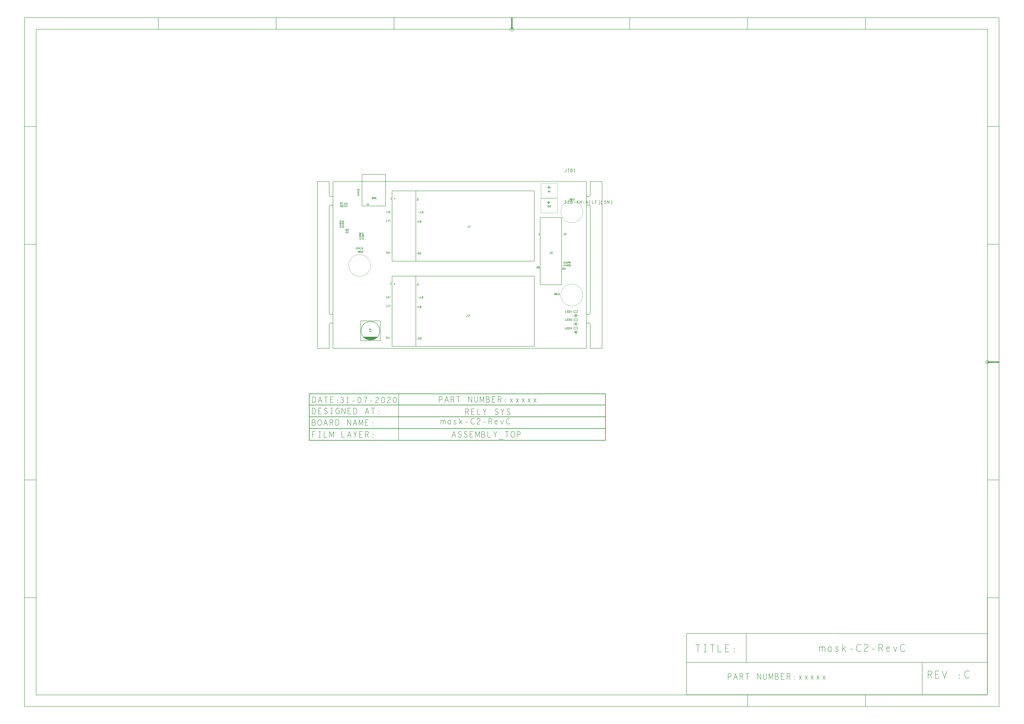
<source format=gbr>
G04 ================== begin FILE IDENTIFICATION RECORD ==================*
G04 Layout Name:  E:/Mask Board/WORK/16-05-22/mask-C2-RevC.brd*
G04 Film Name:    mask-C2-RevC_AST.gbr*
G04 File Format:  Gerber RS274X*
G04 File Origin:  Cadence Allegro 16.6-P004*
G04 Origin Date:  Mon May 16 22:50:50 2022*
G04 *
G04 Layer:  REF DES/ASSEMBLY_TOP*
G04 Layer:  PACKAGE GEOMETRY/ASSEMBLY_TOP*
G04 Layer:  DRAWING FORMAT/OUTLINE_DATA*
G04 Layer:  BOARD GEOMETRY/OUTLINE*
G04 Layer:  BOARD GEOMETRY/ASSEMBLY_TOP*
G04 *
G04 Offset:    (0.00 0.00)*
G04 Mirror:    No*
G04 Mode:      Positive*
G04 Rotation:  0*
G04 FullContactRelief:  No*
G04 UndefLineWidth:     6.00*
G04 ================== end FILE IDENTIFICATION RECORD ====================*
%FSLAX55Y55*MOIN*%
%IR0*IPPOS*OFA0.00000B0.00000*MIA0B0*SFA1.00000B1.00000*%
%ADD10C,.01*%
%ADD11C,.01969*%
%ADD12C,.005*%
%ADD13C,.006*%
%ADD14C,.008*%
%ADD15C,.0071*%
%ADD16C,.00591*%
%ADD17C,.00197*%
%ADD18C,.00598*%
%ADD19C,.00787*%
G75*
%LPD*%
G75*
G36*
G01X51645Y19172D02*
G03X75398I11877J10342D01*
G01X51645D01*
G37*
G36*
G01X105370Y109016D02*
G03I-1000J0D01*
G37*
G36*
G01Y253684D02*
G03I-1000J0D01*
G37*
G54D10*
G01X-40415Y-77276D02*
Y-156476D01*
G01D02*
X387485D01*
G01X-40415Y-136476D02*
X462185D01*
G01X-40415Y-116476D02*
X462185D01*
G01X-40415Y-96476D02*
X462185D01*
G01Y-77276D02*
X-40415D01*
G01X387485Y-156476D02*
X462185D01*
G01D02*
Y-77276D01*
G54D11*
G01X303531Y560956D02*
Y541271D01*
G01X1130302Y-23689D02*
X1110617D01*
G54D12*
G01X-6200Y-275D02*
X-26200D01*
Y283133D01*
X-6200D01*
G01Y39972D02*
Y-275D01*
G01X0Y39972D02*
Y29972D01*
G01X-6200Y39972D02*
G02X0I3100J0D01*
G01Y59972D02*
G02X-6200I-3100J0D01*
G01X0D02*
Y69972D01*
G01X-6200Y59972D02*
Y229972D01*
G01X0Y239972D02*
Y229972D01*
G01X-6200Y239972D02*
Y229972D01*
G01Y239972D02*
G02X0I3100J0D01*
G01Y259972D02*
G02X-6200I-3100J0D01*
G01X0D02*
Y269972D01*
G01X-6200Y259972D02*
Y283133D01*
G01X14300Y211100D02*
X11300D01*
Y212350D01*
X11450Y212750D01*
X11650Y213000D01*
X12050Y213100D01*
X12450Y213000D01*
X12700Y212700D01*
X12850Y212350D01*
Y211100D01*
G01Y212350D02*
X14300Y213100D01*
G01X13700Y214000D02*
X14050Y214300D01*
X14250Y214700D01*
X14300Y215150D01*
X14250Y215550D01*
X14000Y215950D01*
X13700Y216200D01*
X13400Y216250D01*
X13050Y216150D01*
X12800Y215800D01*
X12700Y215450D01*
Y215000D01*
G01Y215450D02*
X12550Y215750D01*
X12300Y216000D01*
X12000Y216100D01*
X11700Y216000D01*
X11450Y215750D01*
X11300Y215300D01*
X11350Y214850D01*
X11550Y214400D01*
G01X18600Y211200D02*
X15600D01*
Y212450D01*
X15750Y212850D01*
X15950Y213100D01*
X16350Y213200D01*
X16750Y213100D01*
X17000Y212800D01*
X17150Y212450D01*
Y211200D01*
G01Y212450D02*
X18600Y213200D01*
G01Y215800D02*
X15600D01*
X17750Y213950D01*
Y216450D01*
G01X12500Y239800D02*
Y242800D01*
X13750D01*
X14150Y242650D01*
X14400Y242450D01*
X14500Y242050D01*
X14400Y241650D01*
X14100Y241400D01*
X13750Y241250D01*
X12500D01*
G01X13750D02*
X14500Y239800D01*
G01X15550Y242300D02*
X15850Y242600D01*
X16200Y242750D01*
X16600Y242800D01*
X17100Y242700D01*
X17450Y242450D01*
X17550Y242150D01*
X17500Y241850D01*
X17300Y241600D01*
X16300Y241100D01*
X15850Y240750D01*
X15550Y240250D01*
X15450Y239800D01*
X17550D01*
G01X12500Y244200D02*
Y247200D01*
X13750D01*
X14150Y247050D01*
X14400Y246850D01*
X14500Y246450D01*
X14400Y246050D01*
X14100Y245800D01*
X13750Y245650D01*
X12500D01*
G01X13750D02*
X14500Y244200D01*
G01X16500D02*
Y247200D01*
X15900Y246600D01*
G01Y244200D02*
X17100D01*
G01X21500Y199000D02*
Y202000D01*
X22750D01*
X23150Y201850D01*
X23400Y201650D01*
X23500Y201250D01*
X23400Y200850D01*
X23100Y200600D01*
X22750Y200450D01*
X21500D01*
G01X22750D02*
X23500Y199000D01*
G01X24400Y199450D02*
X24700Y199200D01*
X25050Y199050D01*
X25500Y199000D01*
X25950Y199100D01*
X26300Y199300D01*
X26550Y199650D01*
X26600Y200050D01*
X26500Y200450D01*
X26250Y200700D01*
X25900Y200900D01*
X25550Y200950D01*
X25200Y200900D01*
X24750Y200700D01*
X24900Y202000D01*
X26250D01*
G01X47300Y170860D02*
X47000Y171010D01*
X46650Y171110D01*
X46250D01*
X45800Y170960D01*
X45450Y170710D01*
X45200Y170410D01*
X45000Y169910D01*
X44950Y169460D01*
X45050Y169010D01*
X45200Y168710D01*
X45500Y168410D01*
X45850Y168210D01*
X46200Y168110D01*
X46550D01*
X46900Y168210D01*
X47200Y168360D01*
X47450Y168560D01*
G01X48100Y168710D02*
X48400Y168360D01*
X48800Y168160D01*
X49250Y168110D01*
X49650Y168160D01*
X50050Y168410D01*
X50300Y168710D01*
X50350Y169010D01*
X50250Y169360D01*
X49900Y169610D01*
X49550Y169710D01*
X49100D01*
G01X49550D02*
X49850Y169860D01*
X50100Y170110D01*
X50200Y170410D01*
X50100Y170710D01*
X49850Y170960D01*
X49400Y171110D01*
X48950Y171060D01*
X48500Y170860D01*
G01X42800Y162200D02*
Y165200D01*
X44100Y162700D01*
X45400Y165200D01*
Y162200D01*
G01X46050D02*
Y165200D01*
G01X48150D02*
Y162200D01*
G01Y163700D02*
X46050D01*
G01X49150Y164700D02*
X49450Y165000D01*
X49800Y165150D01*
X50200Y165200D01*
X50700Y165100D01*
X51050Y164850D01*
X51150Y164550D01*
X51100Y164250D01*
X50900Y164000D01*
X49900Y163500D01*
X49450Y163150D01*
X49150Y162650D01*
X49050Y162200D01*
X51150D01*
G01X47800Y191000D02*
X44800D01*
Y192250D01*
X44950Y192650D01*
X45150Y192900D01*
X45550Y193000D01*
X45950Y192900D01*
X46200Y192600D01*
X46350Y192250D01*
Y191000D01*
G01Y192250D02*
X47800Y193000D01*
G01X46550Y194050D02*
X46200Y194400D01*
X46000Y194700D01*
X45900Y195100D01*
X46000Y195450D01*
X46200Y195700D01*
X46500Y195900D01*
X46850Y195950D01*
X47150Y195900D01*
X47450Y195700D01*
X47700Y195400D01*
X47800Y195050D01*
X47700Y194650D01*
X47400Y194300D01*
X46950Y194100D01*
X46450Y194050D01*
X45800Y194150D01*
X45450Y194300D01*
X45100Y194550D01*
X44850Y194900D01*
X44800Y195250D01*
X44900Y195600D01*
X45150Y195850D01*
G01X41720Y267100D02*
X41570Y266800D01*
X41470Y266450D01*
Y266050D01*
X41620Y265600D01*
X41870Y265250D01*
X42170Y265000D01*
X42670Y264800D01*
X43120Y264750D01*
X43570Y264850D01*
X43870Y265000D01*
X44170Y265300D01*
X44370Y265650D01*
X44470Y266000D01*
Y266350D01*
X44370Y266700D01*
X44220Y267000D01*
X44020Y267250D01*
G01X41970Y268050D02*
X41670Y268350D01*
X41520Y268700D01*
X41470Y269100D01*
X41570Y269600D01*
X41820Y269950D01*
X42120Y270050D01*
X42420Y270000D01*
X42670Y269800D01*
X43170Y268800D01*
X43520Y268350D01*
X44020Y268050D01*
X44470Y267950D01*
Y270050D01*
G01X61750Y30100D02*
X61600Y29800D01*
X61500Y29450D01*
Y29050D01*
X61650Y28600D01*
X61900Y28250D01*
X62200Y28000D01*
X62700Y27800D01*
X63150Y27750D01*
X63600Y27850D01*
X63900Y28000D01*
X64200Y28300D01*
X64400Y28650D01*
X64500Y29000D01*
Y29350D01*
X64400Y29700D01*
X64250Y30000D01*
X64050Y30250D01*
G01X63250Y31050D02*
X62900Y31400D01*
X62700Y31700D01*
X62600Y32100D01*
X62700Y32450D01*
X62900Y32700D01*
X63200Y32900D01*
X63550Y32950D01*
X63850Y32900D01*
X64150Y32700D01*
X64400Y32400D01*
X64500Y32050D01*
X64400Y31650D01*
X64100Y31300D01*
X63650Y31100D01*
X63150Y31050D01*
X62500Y31150D01*
X62150Y31300D01*
X61800Y31550D01*
X61550Y31900D01*
X61500Y32250D01*
X61600Y32600D01*
X61850Y32850D01*
G01X52500Y191100D02*
X49500D01*
Y192350D01*
X49650Y192750D01*
X49850Y193000D01*
X50250Y193100D01*
X50650Y193000D01*
X50900Y192700D01*
X51050Y192350D01*
Y191100D01*
G01Y192350D02*
X52500Y193100D01*
G01Y195000D02*
X51850Y195100D01*
X51300Y195250D01*
X50800Y195450D01*
X50250Y195700D01*
X49500Y196100D01*
Y194100D01*
G01X66010Y253640D02*
X66410Y253390D01*
X66860Y253240D01*
X67260D01*
X67660Y253390D01*
X67960Y253640D01*
X68110Y253990D01*
X68010Y254340D01*
X67760Y254640D01*
X67310Y254840D01*
X66710Y254940D01*
X66360Y255140D01*
X66210Y255490D01*
X66310Y255840D01*
X66560Y256090D01*
X66910Y256240D01*
X67260D01*
X67610Y256140D01*
X67910Y255890D01*
G01X68560Y256240D02*
X69260Y253240D01*
X70060Y256240D01*
X70860Y253240D01*
X71560Y256240D01*
G01X73060Y253240D02*
Y256240D01*
X72460Y255640D01*
G01Y253240D02*
X73660D01*
G01X90459Y16754D02*
X90759Y16487D01*
X91109Y16327D01*
X91559Y16274D01*
X92009Y16381D01*
X92359Y16594D01*
X92609Y16967D01*
X92659Y17394D01*
X92559Y17821D01*
X92309Y18087D01*
X91959Y18301D01*
X91609Y18354D01*
X91259Y18301D01*
X90809Y18087D01*
X90959Y19474D01*
X92309D01*
G01X94759Y16274D02*
Y19474D01*
X94159Y18834D01*
G01Y16274D02*
X95359D01*
G01X91615Y69729D02*
Y72929D01*
X91015Y72289D01*
G01Y69729D02*
X92215D01*
G01X94715D02*
X94815Y70422D01*
X94965Y71009D01*
X95165Y71542D01*
X95415Y72129D01*
X95815Y72929D01*
X93815D01*
G01X90936Y84944D02*
Y88144D01*
X90336Y87504D01*
G01Y84944D02*
X91536D01*
G01X93036Y85424D02*
X93336Y85157D01*
X93686Y84997D01*
X94136Y84944D01*
X94586Y85051D01*
X94936Y85264D01*
X95186Y85637D01*
X95236Y86064D01*
X95136Y86491D01*
X94886Y86757D01*
X94536Y86971D01*
X94186Y87024D01*
X93836Y86971D01*
X93386Y86757D01*
X93536Y88144D01*
X94886D01*
G01X90678Y161048D02*
X90978Y160781D01*
X91328Y160621D01*
X91778Y160568D01*
X92228Y160675D01*
X92578Y160888D01*
X92828Y161261D01*
X92878Y161688D01*
X92778Y162115D01*
X92528Y162381D01*
X92178Y162595D01*
X91828Y162648D01*
X91478Y162595D01*
X91028Y162381D01*
X91178Y163768D01*
X92528D01*
G01X94978Y160568D02*
Y163768D01*
X94378Y163128D01*
G01Y160568D02*
X95578D01*
G01X91381Y214587D02*
Y217787D01*
X90781Y217147D01*
G01Y214587D02*
X91981D01*
G01X94481D02*
X94581Y215280D01*
X94731Y215867D01*
X94931Y216400D01*
X95181Y216987D01*
X95581Y217787D01*
X93581D01*
G01X91776Y229491D02*
Y232691D01*
X91176Y232051D01*
G01Y229491D02*
X92376D01*
G01X93876Y229971D02*
X94176Y229704D01*
X94526Y229544D01*
X94976Y229491D01*
X95426Y229598D01*
X95776Y229811D01*
X96026Y230184D01*
X96076Y230611D01*
X95976Y231038D01*
X95726Y231304D01*
X95376Y231518D01*
X95026Y231571D01*
X94676Y231518D01*
X94226Y231304D01*
X94376Y232691D01*
X95726D01*
G01X98418Y108024D02*
Y111224D01*
X97818Y110584D01*
G01Y108024D02*
X99018D01*
G01X98807Y252371D02*
Y255571D01*
X98207Y254931D01*
G01Y252371D02*
X99407D01*
G01X144537Y15510D02*
X144837Y15243D01*
X145187Y15083D01*
X145637Y15030D01*
X146087Y15137D01*
X146437Y15350D01*
X146687Y15723D01*
X146737Y16150D01*
X146637Y16577D01*
X146387Y16843D01*
X146037Y17057D01*
X145687Y17110D01*
X145337Y17057D01*
X144887Y16843D01*
X145037Y18230D01*
X146387D01*
G01X147887Y17697D02*
X148187Y18017D01*
X148537Y18177D01*
X148937Y18230D01*
X149437Y18123D01*
X149787Y17857D01*
X149887Y17537D01*
X149837Y17217D01*
X149637Y16950D01*
X148637Y16417D01*
X148187Y16043D01*
X147887Y15510D01*
X147787Y15030D01*
X149887D01*
G01X145693Y68372D02*
Y71572D01*
X145093Y70932D01*
G01Y68372D02*
X146293D01*
G01X148893D02*
X149243Y68425D01*
X149643Y68585D01*
X149893Y68852D01*
X149993Y69225D01*
X149893Y69599D01*
X149593Y69919D01*
X149143Y70079D01*
X148643D01*
X148343Y70185D01*
X148093Y70452D01*
X147993Y70825D01*
X148143Y71199D01*
X148493Y71465D01*
X148893Y71572D01*
X149293Y71465D01*
X149643Y71199D01*
X149793Y70825D01*
X149693Y70452D01*
X149443Y70185D01*
X149143Y70079D01*
X148643D01*
X148193Y69919D01*
X147893Y69599D01*
X147793Y69225D01*
X147893Y68852D01*
X148143Y68585D01*
X148543Y68425D01*
X148893Y68372D01*
G01X143120Y109109D02*
X143420Y109429D01*
X143770Y109589D01*
X144170Y109642D01*
X144670Y109535D01*
X145020Y109269D01*
X145120Y108949D01*
X145070Y108629D01*
X144870Y108362D01*
X143870Y107829D01*
X143420Y107455D01*
X143120Y106922D01*
X143020Y106442D01*
X145120D01*
G01X144077Y159861D02*
X144377Y159594D01*
X144727Y159434D01*
X145177Y159381D01*
X145627Y159488D01*
X145977Y159701D01*
X146227Y160074D01*
X146277Y160501D01*
X146177Y160928D01*
X145927Y161194D01*
X145577Y161408D01*
X145227Y161461D01*
X144877Y161408D01*
X144427Y161194D01*
X144577Y162581D01*
X145927D01*
G01X147427Y162048D02*
X147727Y162368D01*
X148077Y162528D01*
X148477Y162581D01*
X148977Y162474D01*
X149327Y162208D01*
X149427Y161888D01*
X149377Y161568D01*
X149177Y161301D01*
X148177Y160768D01*
X147727Y160394D01*
X147427Y159861D01*
X147327Y159381D01*
X149427D01*
G01X145516Y213345D02*
Y216545D01*
X144916Y215905D01*
G01Y213345D02*
X146116D01*
G01X148716D02*
X149066Y213398D01*
X149466Y213558D01*
X149716Y213825D01*
X149816Y214198D01*
X149716Y214572D01*
X149416Y214892D01*
X148966Y215052D01*
X148466D01*
X148166Y215158D01*
X147916Y215425D01*
X147816Y215798D01*
X147966Y216172D01*
X148316Y216438D01*
X148716Y216545D01*
X149116Y216438D01*
X149466Y216172D01*
X149616Y215798D01*
X149516Y215425D01*
X149266Y215158D01*
X148966Y215052D01*
X148466D01*
X148016Y214892D01*
X147716Y214572D01*
X147616Y214198D01*
X147716Y213825D01*
X147966Y213558D01*
X148366Y213398D01*
X148716Y213345D01*
G01X142886Y253799D02*
X143186Y254119D01*
X143536Y254279D01*
X143936Y254332D01*
X144436Y254225D01*
X144786Y253959D01*
X144886Y253639D01*
X144836Y253319D01*
X144636Y253052D01*
X143636Y252519D01*
X143186Y252145D01*
X142886Y251612D01*
X142786Y251132D01*
X144886D01*
G01X148691Y84551D02*
Y87751D01*
X148091Y87111D01*
G01Y84551D02*
X149291D01*
G01X150941Y85884D02*
X151291Y86258D01*
X151591Y86471D01*
X151991Y86578D01*
X152341Y86471D01*
X152591Y86258D01*
X152791Y85938D01*
X152841Y85564D01*
X152791Y85244D01*
X152591Y84924D01*
X152291Y84658D01*
X151941Y84551D01*
X151541Y84658D01*
X151191Y84978D01*
X150991Y85458D01*
X150941Y85991D01*
X151041Y86684D01*
X151191Y87058D01*
X151441Y87431D01*
X151791Y87698D01*
X152141Y87751D01*
X152491Y87644D01*
X152741Y87378D01*
G01X148796Y229070D02*
Y232270D01*
X148196Y231630D01*
G01Y229070D02*
X149396D01*
G01X151046Y230403D02*
X151396Y230777D01*
X151696Y230990D01*
X152096Y231097D01*
X152446Y230990D01*
X152696Y230777D01*
X152896Y230457D01*
X152946Y230083D01*
X152896Y229763D01*
X152696Y229443D01*
X152396Y229177D01*
X152046Y229070D01*
X151646Y229177D01*
X151296Y229497D01*
X151096Y229977D01*
X151046Y230510D01*
X151146Y231203D01*
X151296Y231577D01*
X151546Y231950D01*
X151896Y232217D01*
X152246Y232270D01*
X152596Y232163D01*
X152846Y231897D01*
G01X226110Y54290D02*
X226360Y53970D01*
X226660Y53757D01*
X227010Y53650D01*
X227410Y53757D01*
X227710Y53970D01*
X228010Y54290D01*
X228110Y54717D01*
Y56850D01*
G01X229210Y54290D02*
X229510Y53917D01*
X229910Y53703D01*
X230360Y53650D01*
X230760Y53703D01*
X231160Y53970D01*
X231410Y54290D01*
X231460Y54610D01*
X231360Y54983D01*
X231010Y55250D01*
X230660Y55357D01*
X230210D01*
G01X230660D02*
X230960Y55517D01*
X231210Y55783D01*
X231310Y56103D01*
X231210Y56423D01*
X230960Y56690D01*
X230510Y56850D01*
X230060Y56797D01*
X229610Y56583D01*
G01X228140Y205550D02*
X228390Y205230D01*
X228690Y205017D01*
X229040Y204910D01*
X229440Y205017D01*
X229740Y205230D01*
X230040Y205550D01*
X230140Y205977D01*
Y208110D01*
G01X232340Y204910D02*
Y208110D01*
X231740Y207470D01*
G01Y204910D02*
X232940D01*
G01X345400Y136267D02*
X345700Y135917D01*
X346100Y135717D01*
X346550Y135667D01*
X346950Y135717D01*
X347350Y135967D01*
X347600Y136267D01*
X347650Y136567D01*
X347550Y136917D01*
X347200Y137167D01*
X346850Y137267D01*
X346400D01*
G01X346850D02*
X347150Y137417D01*
X347400Y137667D01*
X347500Y137967D01*
X347400Y138267D01*
X347150Y138517D01*
X346700Y138667D01*
X346250Y138617D01*
X345800Y138417D01*
G01X349500Y138667D02*
X349100Y138567D01*
X348800Y138317D01*
X348600Y138017D01*
X348450Y137617D01*
X348400Y137167D01*
X348450Y136717D01*
X348600Y136317D01*
X348800Y136017D01*
X349100Y135767D01*
X349500Y135667D01*
X349900Y135767D01*
X350200Y136017D01*
X350400Y136317D01*
X350550Y136717D01*
X350600Y137167D01*
X350550Y137617D01*
X350400Y138017D01*
X350200Y138317D01*
X349900Y138567D01*
X349500Y138667D01*
G01X350000Y192000D02*
Y195000D01*
X349400Y194400D01*
G01Y192000D02*
X350600D01*
G01X367481Y161172D02*
X367731Y160872D01*
X368031Y160672D01*
X368381Y160572D01*
X368781Y160672D01*
X369081Y160872D01*
X369381Y161172D01*
X369481Y161572D01*
Y163572D01*
G01X370531Y163072D02*
X370831Y163372D01*
X371181Y163522D01*
X371581Y163572D01*
X372081Y163472D01*
X372431Y163222D01*
X372531Y162922D01*
X372481Y162622D01*
X372281Y162372D01*
X371281Y161872D01*
X370831Y161522D01*
X370531Y161022D01*
X370431Y160572D01*
X372531D01*
G01X364490Y239230D02*
Y242230D01*
X365490D01*
X365890Y242080D01*
X366190Y241880D01*
X366440Y241580D01*
X366640Y241230D01*
X366690Y240730D01*
X366640Y240230D01*
X366440Y239880D01*
X366190Y239580D01*
X365890Y239380D01*
X365490Y239230D01*
X364490D01*
G01X367640Y241730D02*
X367940Y242030D01*
X368290Y242180D01*
X368690Y242230D01*
X369190Y242130D01*
X369540Y241880D01*
X369640Y241580D01*
X369590Y241280D01*
X369390Y241030D01*
X368390Y240530D01*
X367940Y240180D01*
X367640Y239680D01*
X367540Y239230D01*
X369640D01*
G01X365223Y264740D02*
Y267240D01*
X365757D01*
X365970Y267115D01*
X366130Y266948D01*
X366263Y266698D01*
X366370Y266407D01*
X366397Y265990D01*
X366370Y265573D01*
X366263Y265282D01*
X366130Y265032D01*
X365970Y264865D01*
X365757Y264740D01*
X365223D01*
G01X368230D02*
Y267240D01*
X367243Y265448D01*
X368577D01*
G01X375800Y90400D02*
Y93400D01*
X377100Y90900D01*
X378400Y93400D01*
Y90400D01*
G01X379050D02*
Y93400D01*
G01X381150D02*
Y90400D01*
G01Y91900D02*
X379050D01*
G01X382000Y91000D02*
X382300Y90650D01*
X382700Y90450D01*
X383150Y90400D01*
X383550Y90450D01*
X383950Y90700D01*
X384200Y91000D01*
X384250Y91300D01*
X384150Y91650D01*
X383800Y91900D01*
X383450Y92000D01*
X383000D01*
G01X383450D02*
X383750Y92150D01*
X384000Y92400D01*
X384100Y92700D01*
X384000Y93000D01*
X383750Y93250D01*
X383300Y93400D01*
X382850Y93350D01*
X382400Y93150D01*
G01X393870Y35480D02*
Y32480D01*
X395870D01*
G01X398870D02*
X396870D01*
Y35480D01*
X398870D01*
G01X398070Y34030D02*
X396870D01*
G01X399770Y32480D02*
Y35480D01*
X400770D01*
X401170Y35330D01*
X401470Y35130D01*
X401720Y34830D01*
X401920Y34480D01*
X401970Y33980D01*
X401920Y33480D01*
X401720Y33130D01*
X401470Y32830D01*
X401170Y32630D01*
X400770Y32480D01*
X399770D01*
G01X402770Y33080D02*
X403070Y32730D01*
X403470Y32530D01*
X403920Y32480D01*
X404320Y32530D01*
X404720Y32780D01*
X404970Y33080D01*
X405020Y33380D01*
X404920Y33730D01*
X404570Y33980D01*
X404220Y34080D01*
X403770D01*
G01X404220D02*
X404520Y34230D01*
X404770Y34480D01*
X404870Y34780D01*
X404770Y35080D01*
X404520Y35330D01*
X404070Y35480D01*
X403620Y35430D01*
X403170Y35230D01*
G01X394550Y63650D02*
Y60650D01*
X396550D01*
G01X399550D02*
X397550D01*
Y63650D01*
X399550D01*
G01X398750Y62200D02*
X397550D01*
G01X400450Y60650D02*
Y63650D01*
X401450D01*
X401850Y63500D01*
X402150Y63300D01*
X402400Y63000D01*
X402600Y62650D01*
X402650Y62150D01*
X402600Y61650D01*
X402400Y61300D01*
X402150Y61000D01*
X401850Y60800D01*
X401450Y60650D01*
X400450D01*
G01X404550D02*
Y63650D01*
X403950Y63050D01*
G01Y60650D02*
X405150D01*
G01X394320Y49850D02*
Y46850D01*
X396320D01*
G01X399320D02*
X397320D01*
Y49850D01*
X399320D01*
G01X398520Y48400D02*
X397320D01*
G01X400220Y46850D02*
Y49850D01*
X401220D01*
X401620Y49700D01*
X401920Y49500D01*
X402170Y49200D01*
X402370Y48850D01*
X402420Y48350D01*
X402370Y47850D01*
X402170Y47500D01*
X401920Y47200D01*
X401620Y47000D01*
X401220Y46850D01*
X400220D01*
G01X403370Y49350D02*
X403670Y49650D01*
X404020Y49800D01*
X404420Y49850D01*
X404920Y49750D01*
X405270Y49500D01*
X405370Y49200D01*
X405320Y48900D01*
X405120Y48650D01*
X404120Y48150D01*
X403670Y47800D01*
X403370Y47300D01*
X403270Y46850D01*
X405370D01*
G01X398100Y139000D02*
Y142000D01*
X399350D01*
X399750Y141850D01*
X400000Y141650D01*
X400100Y141250D01*
X400000Y140850D01*
X399700Y140600D01*
X399350Y140450D01*
X398100D01*
G01X399350D02*
X400100Y139000D01*
G01X401250Y139350D02*
X401600Y139100D01*
X402000Y139000D01*
X402400Y139100D01*
X402750Y139400D01*
X403000Y139850D01*
X403100Y140300D01*
Y140850D01*
X403000Y141300D01*
X402750Y141700D01*
X402450Y141900D01*
X402100Y142000D01*
X401700Y141900D01*
X401400Y141700D01*
X401200Y141400D01*
X401100Y141000D01*
X401200Y140650D01*
X401450Y140300D01*
X401750Y140100D01*
X402100Y140050D01*
X402500Y140150D01*
X402800Y140400D01*
X403100Y140850D01*
G01X389550Y134750D02*
X389900Y135100D01*
X390200Y135300D01*
X390600Y135400D01*
X390950Y135300D01*
X391200Y135100D01*
X391400Y134800D01*
X391450Y134450D01*
X391400Y134150D01*
X391200Y133850D01*
X390900Y133600D01*
X390550Y133500D01*
X390150Y133600D01*
X389800Y133900D01*
X389600Y134350D01*
X389550Y134850D01*
X389650Y135500D01*
X389800Y135850D01*
X390050Y136200D01*
X390400Y136450D01*
X390750Y136500D01*
X391100Y136400D01*
X391350Y136150D01*
G01X393500Y136500D02*
X393100Y136400D01*
X392800Y136150D01*
X392600Y135850D01*
X392450Y135450D01*
X392400Y135000D01*
X392450Y134550D01*
X392600Y134150D01*
X392800Y133850D01*
X393100Y133600D01*
X393500Y133500D01*
X393900Y133600D01*
X394200Y133850D01*
X394400Y134150D01*
X394550Y134550D01*
X394600Y135000D01*
X394550Y135450D01*
X394400Y135850D01*
X394200Y136150D01*
X393900Y136400D01*
X393500Y136500D01*
G01X398000Y144000D02*
Y147000D01*
X399250D01*
X399650Y146850D01*
X399900Y146650D01*
X400000Y146250D01*
X399900Y145850D01*
X399600Y145600D01*
X399250Y145450D01*
X398000D01*
G01X399250D02*
X400000Y144000D01*
G01X402000D02*
X402350Y144050D01*
X402750Y144200D01*
X403000Y144450D01*
X403100Y144800D01*
X403000Y145150D01*
X402700Y145450D01*
X402250Y145600D01*
X401750D01*
X401450Y145700D01*
X401200Y145950D01*
X401100Y146300D01*
X401250Y146650D01*
X401600Y146900D01*
X402000Y147000D01*
X402400Y146900D01*
X402750Y146650D01*
X402900Y146300D01*
X402800Y145950D01*
X402550Y145700D01*
X402250Y145600D01*
X401750D01*
X401300Y145450D01*
X401000Y145150D01*
X400900Y144800D01*
X401000Y144450D01*
X401250Y144200D01*
X401650Y144050D01*
X402000Y144000D01*
G01X391400Y192767D02*
X391700Y192417D01*
X392100Y192217D01*
X392550Y192167D01*
X392950Y192217D01*
X393350Y192467D01*
X393600Y192767D01*
X393650Y193067D01*
X393550Y193417D01*
X393200Y193667D01*
X392850Y193767D01*
X392400D01*
G01X392850D02*
X393150Y193917D01*
X393400Y194167D01*
X393500Y194467D01*
X393400Y194767D01*
X393150Y195017D01*
X392700Y195167D01*
X392250Y195117D01*
X391800Y194917D01*
G01X395500Y192167D02*
Y195167D01*
X394900Y194567D01*
G01Y192167D02*
X396100D01*
G01X401900Y251200D02*
Y254200D01*
X403200Y251700D01*
X404500Y254200D01*
Y251200D01*
G01X405150D02*
Y254200D01*
G01X407250D02*
Y251200D01*
G01Y252700D02*
X405150D01*
G01X409200Y251200D02*
Y254200D01*
X408600Y253600D01*
G01Y251200D02*
X409800D01*
G01X430315Y39972D02*
Y29972D01*
G01Y39972D02*
G02X436515I3100J0D01*
G01Y59972D02*
G02X430315I-3100J0D01*
G01D02*
Y69972D01*
G01Y239972D02*
Y229972D01*
G01Y239972D02*
G02X436515I3100J0D01*
G01Y259972D02*
G02X430315I-3100J0D01*
G01D02*
Y269972D01*
G01X436515Y283133D02*
X456515D01*
Y-275D01*
X436515D01*
G01Y39972D02*
Y-275D01*
G01Y59972D02*
Y69972D01*
G01Y239972D02*
Y69972D01*
G01Y259972D02*
Y283133D01*
G54D13*
G01X-523241Y-608335D02*
Y560956D01*
G01Y-608335D02*
X1130302D01*
G01X-523241Y560956D02*
X1130302D01*
G01X-34740Y-151376D02*
Y-141376D01*
G01X-31740Y-146209D02*
X-34740D01*
G01Y-141376D02*
X-29990D01*
G01X-31515Y-125977D02*
X-35390D01*
G01Y-131310D02*
X-31265D01*
G01X-35390Y-121310D02*
Y-131310D01*
G01X-32015Y-121310D02*
X-35390D01*
G01X-32415Y-101776D02*
X-31415Y-102276D01*
G01X-34915Y-101776D02*
X-32415D01*
G01Y-111776D02*
X-34915D01*
G01X-31415Y-111276D02*
X-32415Y-111776D01*
G01X-34915D02*
Y-101776D01*
G01X-32215Y-92576D02*
X-34715D01*
G01X-31215Y-92076D02*
X-32215Y-92576D01*
G01X-34715D02*
Y-82576D01*
G01X-32215D02*
X-31215Y-83076D01*
G01X-34715Y-82576D02*
X-32215D01*
G01X-23865Y-151376D02*
X-20865D01*
G01X-22365Y-141376D02*
Y-151376D01*
G01X-23865Y-141376D02*
X-20865D01*
G01X-21515Y-131143D02*
X-22515Y-131310D01*
G01X-20640Y-130477D02*
X-21515Y-131143D01*
G01X-19890Y-129477D02*
X-20640Y-130477D01*
G01X-19390Y-128310D02*
X-19890Y-129477D01*
G01X-19140Y-126977D02*
X-19390Y-128310D01*
G01X-19140Y-125643D02*
Y-126977D01*
G01X-19390Y-124310D02*
X-19140Y-125643D01*
G01X-19890Y-123143D02*
X-19390Y-124310D01*
G01X-20640Y-122143D02*
X-19890Y-123143D01*
G01X-21515Y-121477D02*
X-20640Y-122143D01*
G01X-22515Y-121310D02*
X-21515Y-121477D01*
G01X-23515D02*
X-22515Y-121310D01*
G01X-24390Y-122143D02*
X-23515Y-121477D01*
G01X-25140Y-123143D02*
X-24390Y-122143D01*
G01X-25640Y-124310D02*
X-25140Y-123143D01*
G01X-25890Y-125643D02*
X-25640Y-124310D01*
G01X-25890Y-126977D02*
Y-125643D01*
G01X-25640Y-128310D02*
X-25890Y-126977D01*
G01X-25140Y-129477D02*
X-25640Y-128310D01*
G01X-24390Y-130477D02*
X-25140Y-129477D01*
G01X-23515Y-131143D02*
X-24390Y-130477D01*
G01X-22515Y-131310D02*
X-23515Y-131143D01*
G01X-30640Y-126310D02*
X-31515Y-125977D01*
G01X-29890Y-127310D02*
X-30640Y-126310D01*
G01X-29640Y-128477D02*
X-29890Y-127310D01*
G01Y-129643D02*
X-29640Y-128477D01*
G01X-30390Y-130643D02*
X-29890Y-129643D01*
G01X-31265Y-131310D02*
X-30390Y-130643D01*
G01X-31140Y-121810D02*
X-32015Y-121310D01*
G01X-30640Y-122477D02*
X-31140Y-121810D01*
G01X-30390Y-123477D02*
X-30640Y-122477D01*
G01Y-124644D02*
X-30390Y-123477D01*
G01X-31015Y-125477D02*
X-30640Y-124644D01*
G01X-31515Y-125977D02*
X-31015Y-125477D01*
G01X-24665Y-101776D02*
X-19665D01*
G01X-21665Y-106609D02*
X-24665D01*
G01Y-111776D02*
Y-101776D01*
G01X-19665Y-111776D02*
X-24665D01*
G01X-30665Y-110610D02*
X-31415Y-111276D01*
G01X-30040Y-109609D02*
X-30665Y-110610D01*
G01X-29540Y-108443D02*
X-30040Y-109609D01*
G01X-29415Y-106776D02*
X-29540Y-108443D01*
G01Y-105110D02*
X-29415Y-106776D01*
G01X-30040Y-103943D02*
X-29540Y-105110D01*
G01X-30665Y-102943D02*
X-30040Y-103943D01*
G01X-31415Y-102276D02*
X-30665Y-102943D01*
G01X-19965Y-89076D02*
X-23965D01*
G01X-21965Y-82576D02*
X-18840Y-92576D01*
G01X-25090D02*
X-21965Y-82576D01*
G01X-29340Y-85910D02*
X-29215Y-87576D01*
G01X-29840Y-84743D02*
X-29340Y-85910D01*
G01X-30465Y-83743D02*
X-29840Y-84743D01*
G01X-31215Y-83076D02*
X-30465Y-83743D01*
G01Y-91410D02*
X-31215Y-92076D01*
G01X-29840Y-90409D02*
X-30465Y-91410D01*
G01X-29340Y-89243D02*
X-29840Y-90409D01*
G01X-29215Y-87576D02*
X-29340Y-89243D01*
G01X-2365Y-149709D02*
X885Y-141376D01*
G01X-5615D02*
X-2365Y-149709D01*
G01X-5615Y-151376D02*
Y-141376D01*
G01X-14865Y-151376D02*
X-9865D01*
G01X-14865Y-141376D02*
Y-151376D01*
G01X-1890Y-126477D02*
X-15Y-131310D01*
G01X-1890Y-126477D02*
X-5015D01*
G01X-1015Y-125977D02*
X-1890Y-126477D01*
G01X-265Y-125143D02*
X-1015Y-125977D01*
G01X-15Y-123810D02*
X-265Y-125143D01*
G01Y-122477D02*
X-15Y-123810D01*
G01X-890Y-121810D02*
X-265Y-122477D01*
G01X-1890Y-121310D02*
X-890Y-121810D01*
G01X-5015Y-121310D02*
X-1890D01*
G01X-5015Y-131310D02*
Y-121310D01*
G01X-12515D02*
X-9390Y-131310D01*
G01X-10515Y-127810D02*
X-14515D01*
G01X-15640Y-131310D02*
X-12515Y-121310D01*
G01X-3665Y-101776D02*
X-665D01*
G01X-11665D02*
X-10790Y-102109D01*
G01X-12540Y-101776D02*
X-11665D01*
G01X-3665Y-111776D02*
X-665D01*
G01X-2165Y-101776D02*
Y-111776D01*
G01X-10790Y-102109D02*
X-10040Y-102943D01*
G01X-11540Y-106443D02*
X-13040Y-106109D01*
G01X-10415Y-107109D02*
X-11540Y-106443D01*
G01X-9790Y-108110D02*
X-10415Y-107109D01*
G01X-9540Y-109276D02*
X-9790Y-108110D01*
G01X-9915Y-110443D02*
X-9540Y-109276D01*
G01X-10665Y-111276D02*
X-9915Y-110443D01*
G01X-11665Y-111776D02*
X-10665Y-111276D01*
G01X-12665Y-111776D02*
X-11665D01*
G01X-13415Y-102276D02*
X-12540Y-101776D01*
G01X-14040Y-103109D02*
X-13415Y-102276D01*
G01X-14290Y-104276D02*
X-14040Y-103109D01*
G01X-13915Y-105443D02*
X-14290Y-104276D01*
G01X-13040Y-106109D02*
X-13915Y-105443D01*
G01X-13790Y-111276D02*
X-12665Y-111776D01*
G01X-14790Y-110443D02*
X-13790Y-111276D01*
G01X-1465Y-87409D02*
X-4465D01*
G01Y-92576D02*
Y-82576D01*
G01X535Y-92576D02*
X-4465D01*
G01X-11965Y-82576D02*
Y-92576D01*
G01X-4465Y-82576D02*
X535D01*
G01X-14840D02*
X-9090D01*
G01X430315Y-275D02*
Y283133D01*
X0D01*
Y-275D01*
X430315D01*
G01X15135Y-151376D02*
X20135D01*
G01X15135Y-141376D02*
Y-151376D01*
G01X885Y-141376D02*
Y-151376D01*
G01X7235Y-131310D02*
X4735D01*
G01X8235Y-130810D02*
X7235Y-131310D01*
G01X8985Y-130144D02*
X8235Y-130810D01*
G01X9610Y-129143D02*
X8985Y-130144D01*
G01X10110Y-127977D02*
X9610Y-129143D01*
G01X10235Y-126310D02*
X10110Y-127977D01*
G01Y-124644D02*
X10235Y-126310D01*
G01X9610Y-123477D02*
X10110Y-124644D01*
G01X8985Y-122477D02*
X9610Y-123477D01*
G01X8235Y-121810D02*
X8985Y-122477D01*
G01X7235Y-121310D02*
X8235Y-121810D01*
G01X4735Y-121310D02*
X7235D01*
G01X4735Y-131310D02*
Y-121310D01*
G01X8710Y-101776D02*
X9710Y-102109D01*
G01X7835Y-101776D02*
X8710D01*
G01X6835Y-102276D02*
X7835Y-101776D01*
G01X14960D02*
X20710Y-111776D01*
G01X14960D02*
Y-101776D01*
G01X9710Y-102109D02*
X10460Y-102776D01*
G01X6085Y-102943D02*
X6835Y-102276D01*
G01X5335Y-103943D02*
X6085Y-102943D01*
G01X4835Y-105110D02*
X5335Y-103943D01*
G01X4585Y-106109D02*
X4835Y-105110D01*
G01X4585Y-107276D02*
Y-106109D01*
G01X4835Y-108609D02*
X4585Y-107276D01*
G01X5335Y-109776D02*
X4835Y-108609D01*
G01X6085Y-110776D02*
X5335Y-109776D01*
G01X6960Y-111443D02*
X6085Y-110776D01*
G01X8210Y-111776D02*
X6960Y-111443D01*
G01X9460D02*
X8210Y-111776D01*
G01X10335Y-110776D02*
X9460Y-111443D01*
G01X11085Y-109776D02*
X10335Y-110776D01*
G01X11085Y-106776D02*
Y-109776D01*
G01X8585Y-106776D02*
X11085D01*
G01X12200Y-91000D02*
X12950Y-92167D01*
X13950Y-92833D01*
X15075Y-93000D01*
X16075Y-92833D01*
X17075Y-92000D01*
X17700Y-91000D01*
X17825Y-90000D01*
X17575Y-88834D01*
X16700Y-88000D01*
X15825Y-87667D01*
X14700D01*
G01X15825D02*
X16575Y-87167D01*
X17200Y-86334D01*
X17450Y-85333D01*
X17200Y-84333D01*
X16575Y-83500D01*
X15450Y-83000D01*
X14325Y-83167D01*
X13200Y-83833D01*
G01X24950Y-93000D02*
Y-83000D01*
X23450Y-85000D01*
G01Y-93000D02*
X26450D01*
G01X33325Y-89667D02*
X36575D01*
G01X44950Y-83000D02*
X43950Y-83333D01*
X43200Y-84167D01*
X42700Y-85167D01*
X42325Y-86500D01*
X42200Y-88000D01*
X42325Y-89500D01*
X42700Y-90833D01*
X43200Y-91834D01*
X43950Y-92667D01*
X44950Y-93000D01*
X45950Y-92667D01*
X46700Y-91834D01*
X47200Y-90833D01*
X47575Y-89500D01*
X47700Y-88000D01*
X47575Y-86500D01*
X47200Y-85167D01*
X46700Y-84167D01*
X45950Y-83333D01*
X44950Y-83000D01*
G01X54700Y-93000D02*
X54950Y-90833D01*
X55325Y-89000D01*
X55825Y-87333D01*
X56450Y-85500D01*
X57450Y-83000D01*
X52450D01*
G01X63325Y-89667D02*
X66575D01*
G01X72575Y-84667D02*
X73325Y-83667D01*
X74200Y-83167D01*
X75200Y-83000D01*
X76450Y-83333D01*
X77325Y-84167D01*
X77575Y-85167D01*
X77450Y-86167D01*
X76950Y-87000D01*
X74450Y-88667D01*
X73325Y-89833D01*
X72575Y-91500D01*
X72325Y-93000D01*
X77575D01*
G01X84950Y-83000D02*
X83950Y-83333D01*
X83200Y-84167D01*
X82700Y-85167D01*
X82325Y-86500D01*
X82200Y-88000D01*
X82325Y-89500D01*
X82700Y-90833D01*
X83200Y-91834D01*
X83950Y-92667D01*
X84950Y-93000D01*
X85950Y-92667D01*
X86700Y-91834D01*
X87200Y-90833D01*
X87575Y-89500D01*
X87700Y-88000D01*
X87575Y-86500D01*
X87200Y-85167D01*
X86700Y-84167D01*
X85950Y-83333D01*
X84950Y-83000D01*
G01X92575Y-84667D02*
X93325Y-83667D01*
X94200Y-83167D01*
X95200Y-83000D01*
X96450Y-83333D01*
X97325Y-84167D01*
X97575Y-85167D01*
X97450Y-86167D01*
X96950Y-87000D01*
X94450Y-88667D01*
X93325Y-89833D01*
X92575Y-91500D01*
X92325Y-93000D01*
X97575D01*
G01X104950Y-83000D02*
X103950Y-83333D01*
X103200Y-84167D01*
X102700Y-85167D01*
X102325Y-86500D01*
X102200Y-88000D01*
X102325Y-89500D01*
X102700Y-90833D01*
X103200Y-91834D01*
X103950Y-92667D01*
X104950Y-93000D01*
X105950Y-92667D01*
X106700Y-91834D01*
X107200Y-90833D01*
X107575Y-89500D01*
X107700Y-88000D01*
X107575Y-86500D01*
X107200Y-85167D01*
X106700Y-84167D01*
X105950Y-83333D01*
X104950Y-83000D01*
G01X8285Y-88243D02*
X8035Y-88410D01*
G01X8285Y-87909D02*
Y-88243D01*
G01X8035Y-87743D02*
X8285Y-87909D01*
G01X7785D02*
X8035Y-87743D01*
G01X7785Y-88243D02*
Y-87909D01*
G01X8035Y-88410D02*
X7785Y-88243D01*
G01X8285Y-92743D02*
X8035Y-92909D01*
G01X8285Y-92409D02*
Y-92743D01*
G01X8035Y-92243D02*
X8285Y-92409D01*
G01X7785D02*
X8035Y-92243D01*
G01X7785Y-92743D02*
Y-92409D01*
G01X8035Y-92909D02*
X7785Y-92743D01*
G01X29635Y-147876D02*
X25635D01*
G01X27635Y-141376D02*
X30760Y-151376D01*
G01X24510D02*
X27635Y-141376D01*
G01X30360Y-131310D02*
Y-121310D01*
G01X24610D02*
X30360Y-131310D01*
G01X24610D02*
Y-121310D01*
G01X25335Y-101776D02*
X30335D01*
G01X28335Y-106609D02*
X25335D01*
G01Y-111776D02*
Y-101776D01*
G01X30335Y-111776D02*
X25335D01*
G01X20710D02*
Y-101776D01*
G01X45135Y-151376D02*
Y-141376D01*
G01X50135Y-151376D02*
X45135D01*
G01X37635D02*
Y-146876D01*
G01X48135Y-146209D02*
X45135D01*
G01Y-141376D02*
X50135D01*
G01X40135D02*
X37635Y-146876D01*
G01D02*
X35135Y-141376D01*
G01X47485Y-129643D02*
X50735Y-121310D01*
G01X44235D02*
X47485Y-129643D01*
G01X44235Y-131310D02*
Y-121310D01*
G01X39485Y-127810D02*
X35485D01*
G01X37485Y-121310D02*
X40610Y-131310D01*
G01X34360D02*
X37485Y-121310D01*
G01X37585Y-101776D02*
X38585Y-102276D01*
G01Y-111276D02*
X37585Y-111776D01*
G01X39335Y-110610D02*
X38585Y-111276D01*
G01X39960Y-109609D02*
X39335Y-110610D01*
G01X40460Y-108443D02*
X39960Y-109609D01*
G01X40585Y-106776D02*
X40460Y-108443D01*
G01Y-105110D02*
X40585Y-106776D01*
G01X39960Y-103943D02*
X40460Y-105110D01*
G01X39335Y-102943D02*
X39960Y-103943D01*
G01X38585Y-102276D02*
X39335Y-102943D01*
G01X35085Y-101776D02*
X37585D01*
G01Y-111776D02*
X35085D01*
G01D02*
Y-101776D01*
G01X39179Y170764D02*
Y168764D01*
X43579D01*
Y170764D01*
X39179D01*
G01X42120Y259130D02*
X44120D01*
Y263530D01*
X42120D01*
Y259130D01*
G01X58260Y-146543D02*
X60135Y-151376D01*
G01X55135D02*
Y-141376D01*
G01X58260Y-146543D02*
X55135D01*
G01X59135Y-146043D02*
X58260Y-146543D01*
G01X59885Y-145209D02*
X59135Y-146043D01*
G01X60135Y-143876D02*
X59885Y-145209D01*
G01Y-142543D02*
X60135Y-143876D01*
G01X59260Y-141876D02*
X59885Y-142543D01*
G01X58260Y-141376D02*
X59260Y-141876D01*
G01X55135Y-141376D02*
X58260D01*
G01X57985Y-126143D02*
X54985D01*
G01Y-121310D02*
X59985D01*
G01X54985Y-131310D02*
Y-121310D01*
G01X59985Y-131310D02*
X54985D01*
G01X50735Y-121310D02*
Y-131310D01*
G01X59835Y-108276D02*
X55835D01*
G01X57835Y-101776D02*
X60960Y-111776D01*
G01X54710D02*
X57835Y-101776D01*
G01X67885Y-151543D02*
X67635Y-151709D01*
G01X67885Y-151209D02*
Y-151543D01*
G01X67635Y-151043D02*
X67885Y-151209D01*
G01X67385D02*
X67635Y-151043D01*
G01X67385Y-151543D02*
Y-151209D01*
G01X67635Y-151709D02*
X67385Y-151543D01*
G01X67885Y-147043D02*
X67635Y-147210D01*
G01X67885Y-146709D02*
Y-147043D01*
G01X67635Y-146543D02*
X67885Y-146709D01*
G01X67385D02*
X67635Y-146543D01*
G01X67385Y-147043D02*
Y-146709D01*
G01X67635Y-147210D02*
X67385Y-147043D01*
G01X67735Y-126977D02*
X67485Y-127144D01*
G01X67735Y-126643D02*
Y-126977D01*
G01X67485Y-126477D02*
X67735Y-126643D01*
G01Y-131477D02*
X67485Y-131643D01*
G01X67735Y-131143D02*
Y-131477D01*
G01X67485Y-130977D02*
X67735Y-131143D01*
G01X67235Y-126643D02*
X67485Y-126477D01*
G01X67235Y-126977D02*
Y-126643D01*
G01X67485Y-127144D02*
X67235Y-126977D01*
G01Y-131143D02*
X67485Y-130977D01*
G01X67235Y-131477D02*
Y-131143D01*
G01X67485Y-131643D02*
X67235Y-131477D01*
G01X78085Y-107443D02*
X77835Y-107610D01*
G01X78085Y-107109D02*
Y-107443D01*
G01X77835Y-106943D02*
X78085Y-107109D01*
G01X77585D02*
X77835Y-106943D01*
G01X77585Y-107443D02*
Y-107109D01*
G01X77835Y-107610D02*
X77585Y-107443D01*
G01X78085Y-111943D02*
X77835Y-112109D01*
G01X78085Y-111609D02*
Y-111943D01*
G01X77835Y-111443D02*
X78085Y-111609D01*
G01X77585D02*
X77835Y-111443D01*
G01X77585Y-111943D02*
Y-111609D01*
G01X77835Y-112109D02*
X77585Y-111943D01*
G01X67835Y-101776D02*
Y-111776D01*
G01X64960Y-101776D02*
X70710D01*
G01X111485Y-77697D02*
Y-155856D01*
G01X183240Y-129040D02*
Y-122374D01*
G01Y-124207D02*
X183615Y-123373D01*
X184240Y-122707D01*
X185115Y-122374D01*
X185990Y-122707D01*
X186615Y-123373D01*
X186990Y-124207D01*
Y-129040D01*
G01Y-124207D02*
X187365Y-123373D01*
X187990Y-122707D01*
X188865Y-122374D01*
X189740Y-122707D01*
X190365Y-123373D01*
X190740Y-124373D01*
Y-129040D01*
G01X199240D02*
Y-122374D01*
G01Y-123540D02*
X198740Y-122873D01*
X197990Y-122540D01*
X197115Y-122374D01*
X196240Y-122707D01*
X195490Y-123373D01*
X194990Y-124373D01*
X194740Y-125707D01*
X194990Y-127040D01*
X195490Y-128040D01*
X196240Y-128707D01*
X197115Y-129040D01*
X197990Y-128873D01*
X198740Y-128373D01*
X199240Y-127707D01*
G01X205115Y-127874D02*
X205740Y-128540D01*
X206615Y-129040D01*
X207365D01*
X208115Y-128707D01*
X208615Y-128207D01*
X208865Y-127540D01*
X208740Y-126540D01*
X208240Y-126040D01*
X205990Y-125040D01*
X205490Y-123873D01*
X205740Y-123040D01*
X206240Y-122540D01*
X206990Y-122374D01*
X207740Y-122540D01*
X208490Y-123040D01*
G01X214865Y-129040D02*
Y-119040D01*
G01X218865Y-122374D02*
X214865Y-126207D01*
G01X216490Y-124707D02*
X219115Y-129040D01*
G01X225365Y-125707D02*
X228615D01*
G01X239740Y-119873D02*
X238990Y-119373D01*
X238115Y-119040D01*
X237115D01*
X235990Y-119540D01*
X235115Y-120373D01*
X234490Y-121373D01*
X233990Y-123040D01*
X233865Y-124540D01*
X234115Y-126040D01*
X234490Y-127040D01*
X235240Y-128040D01*
X236115Y-128707D01*
X236990Y-129040D01*
X237865D01*
X238740Y-128707D01*
X239490Y-128207D01*
X240115Y-127540D01*
G01X244615Y-120707D02*
X245365Y-119707D01*
X246240Y-119207D01*
X247240Y-119040D01*
X248490Y-119373D01*
X249365Y-120207D01*
X249615Y-121207D01*
X249490Y-122207D01*
X248990Y-123040D01*
X246490Y-124707D01*
X245365Y-125873D01*
X244615Y-127540D01*
X244365Y-129040D01*
X249615D01*
G01X255365Y-125707D02*
X258615D01*
G01X264490Y-129040D02*
Y-119040D01*
X267615D01*
X268615Y-119540D01*
X269240Y-120207D01*
X269490Y-121540D01*
X269240Y-122873D01*
X268490Y-123707D01*
X267615Y-124207D01*
X264490D01*
G01X267615D02*
X269490Y-129040D01*
G01X275115Y-124540D02*
X279115D01*
X278740Y-123373D01*
X278115Y-122707D01*
X277240Y-122374D01*
X276365Y-122540D01*
X275615Y-123040D01*
X275115Y-124207D01*
X274865Y-125207D01*
Y-126207D01*
X275115Y-127207D01*
X275740Y-128207D01*
X276490Y-128873D01*
X277365Y-129040D01*
X278240Y-128707D01*
X279115Y-127707D01*
G01X284740Y-122374D02*
X286990Y-129040D01*
X289240Y-122374D01*
G01X299740Y-119873D02*
X298990Y-119373D01*
X298115Y-119040D01*
X297115D01*
X295990Y-119540D01*
X295115Y-120373D01*
X294490Y-121373D01*
X293990Y-123040D01*
X293865Y-124540D01*
X294115Y-126040D01*
X294490Y-127040D01*
X295240Y-128040D01*
X296115Y-128707D01*
X296990Y-129040D01*
X297865D01*
X298740Y-128707D01*
X299490Y-128207D01*
X300115Y-127540D01*
G01X185385Y-84910D02*
X185135Y-86243D01*
G01Y-83577D02*
X185385Y-84910D01*
G01X184385Y-82410D02*
X185135Y-83577D01*
G01X194885Y-88410D02*
X190885D01*
G01X189760Y-91910D02*
X192885Y-81910D01*
G01X183385Y-87744D02*
X180385D01*
G01X184510Y-87243D02*
X183385Y-87744D01*
G01X185135Y-86243D02*
X184510Y-87243D01*
G01X180385Y-91910D02*
Y-81910D01*
G01X183385D02*
X184385Y-82410D01*
G01X180385Y-81910D02*
X183385D01*
G01X192885D02*
X196010Y-91910D01*
G01X202150Y-151275D02*
X205275Y-141275D01*
X208400Y-151275D01*
G01X207275Y-147775D02*
X203275D01*
G01X212650Y-149942D02*
X213650Y-150775D01*
X214775Y-151275D01*
X215775D01*
X216775Y-150775D01*
X217525Y-149942D01*
X217900Y-148775D01*
X217650Y-147609D01*
X217025Y-146608D01*
X215900Y-145942D01*
X214400Y-145608D01*
X213525Y-144942D01*
X213150Y-143775D01*
X213400Y-142608D01*
X214025Y-141775D01*
X214900Y-141275D01*
X215775D01*
X216650Y-141608D01*
X217400Y-142442D01*
G01X222650Y-149942D02*
X223650Y-150775D01*
X224775Y-151275D01*
X225775D01*
X226775Y-150775D01*
X227525Y-149942D01*
X227900Y-148775D01*
X227650Y-147609D01*
X227025Y-146608D01*
X225900Y-145942D01*
X224400Y-145608D01*
X223525Y-144942D01*
X223150Y-143775D01*
X223400Y-142608D01*
X224025Y-141775D01*
X224900Y-141275D01*
X225775D01*
X226650Y-141608D01*
X227400Y-142442D01*
G01X237775Y-151275D02*
X232775D01*
Y-141275D01*
X237775D01*
G01X235775Y-146108D02*
X232775D01*
G01X242025Y-151275D02*
Y-141275D01*
X245275Y-149608D01*
X248525Y-141275D01*
Y-151275D01*
G01X256275Y-145942D02*
X256775Y-145442D01*
X257150Y-144609D01*
X257400Y-143442D01*
X257150Y-142442D01*
X256650Y-141775D01*
X255775Y-141275D01*
X252400D01*
Y-151275D01*
X256525D01*
X257400Y-150608D01*
X257900Y-149608D01*
X258150Y-148442D01*
X257900Y-147275D01*
X257150Y-146275D01*
X256275Y-145942D01*
X252400D01*
G01X262775Y-141275D02*
Y-151275D01*
X267775D01*
G01X275275D02*
Y-146775D01*
X272775Y-141275D01*
G01X277775D02*
X275275Y-146775D01*
G01X281525Y-154608D02*
X289025D01*
G01X295275Y-141275D02*
Y-151275D01*
G01X292400Y-141275D02*
X298150D01*
G01X305275Y-151275D02*
X304275Y-151108D01*
X303400Y-150442D01*
X302650Y-149442D01*
X302150Y-148275D01*
X301900Y-146942D01*
Y-145608D01*
X302150Y-144275D01*
X302650Y-143108D01*
X303400Y-142108D01*
X304275Y-141442D01*
X305275Y-141275D01*
X306275Y-141442D01*
X307150Y-142108D01*
X307900Y-143108D01*
X308400Y-144275D01*
X308650Y-145608D01*
Y-146942D01*
X308400Y-148275D01*
X307900Y-149442D01*
X307150Y-150442D01*
X306275Y-151108D01*
X305275Y-151275D01*
G01X312775D02*
Y-141275D01*
X315775D01*
X316775Y-141775D01*
X317525Y-142942D01*
X317775Y-144275D01*
X317525Y-145608D01*
X316900Y-146608D01*
X315775Y-147109D01*
X312775D01*
G01X205135Y-85743D02*
X204385Y-86577D01*
G01X205385Y-84410D02*
X205135Y-85743D01*
G01Y-83077D02*
X205385Y-84410D01*
G01X203510Y-87077D02*
X205385Y-91910D01*
G01X203510Y-87077D02*
X200385D01*
G01X204385Y-86577D02*
X203510Y-87077D01*
G01X200385Y-91910D02*
Y-81910D01*
G01X204510Y-82410D02*
X205135Y-83077D01*
G01X203510Y-81910D02*
X204510Y-82410D01*
G01X200385Y-81910D02*
X203510D01*
G01X228260Y-108143D02*
X225135D01*
G01Y-102976D02*
X228260D01*
G01X225135Y-112976D02*
Y-102976D01*
G01X212885Y-81910D02*
Y-91910D01*
G01X210010Y-81910D02*
X215760D01*
G01X238135Y-107809D02*
X235135D01*
G01Y-102976D02*
X240135D01*
G01X235135Y-112976D02*
Y-102976D01*
G01X240135Y-112976D02*
X235135D01*
G01X229885Y-106809D02*
X229135Y-107643D01*
G01X230135Y-105476D02*
X229885Y-106809D01*
G01Y-104143D02*
X230135Y-105476D01*
G01X229260Y-103476D02*
X229885Y-104143D01*
G01X228260Y-108143D02*
X230135Y-112976D01*
G01X229135Y-107643D02*
X228260Y-108143D01*
G01Y-102976D02*
X229260Y-103476D01*
G01X240635Y-90577D02*
X241635Y-91577D01*
G01X240135Y-89077D02*
X240635Y-90577D01*
G01X240135Y-81910D02*
Y-89077D01*
G01X235760Y-91910D02*
Y-81910D01*
G01X230010D02*
X235760Y-91910D01*
G01X230010D02*
Y-81910D01*
G01X260135Y-102976D02*
X257635Y-108476D01*
G01D02*
X255135Y-102976D01*
G01X257635Y-112976D02*
Y-108476D01*
G01X245135Y-112976D02*
X250135D01*
G01X245135Y-102976D02*
Y-112976D01*
G01X256135Y-81910D02*
Y-91910D01*
G01X252885Y-90243D02*
X256135Y-81910D01*
G01X249635D02*
X252885Y-90243D01*
G01X249635Y-91910D02*
Y-81910D01*
G01X245635Y-89077D02*
Y-81910D01*
G01X245135Y-90577D02*
X245635Y-89077D01*
G01X244135Y-91577D02*
X245135Y-90577D01*
G01X242885Y-91910D02*
X244135Y-91577D01*
G01X241635D02*
X242885Y-91910D01*
G01X265010Y-84077D02*
X264760Y-83077D01*
G01Y-85244D02*
X265010Y-84077D01*
G01X264385Y-86077D02*
X264760Y-85244D01*
G01X263885Y-86577D02*
X264385Y-86077D01*
G01X273385Y-86743D02*
X270385D01*
G01Y-91910D02*
Y-81910D01*
G01X275385Y-91910D02*
X270385D01*
G01X264760Y-86910D02*
X263885Y-86577D01*
G01X265510Y-87910D02*
X264760Y-86910D01*
G01X265760Y-89077D02*
X265510Y-87910D01*
G01Y-90243D02*
X265760Y-89077D01*
G01X265010Y-91243D02*
X265510Y-90243D01*
G01X264135Y-91910D02*
X265010Y-91243D01*
G01X263885Y-86577D02*
X260010D01*
G01Y-91910D02*
X264135D01*
G01X260010Y-81910D02*
Y-91910D01*
G01X270385Y-81910D02*
X275385D01*
G01X264260Y-82410D02*
X263385Y-81910D01*
G01X264760Y-83077D02*
X264260Y-82410D01*
G01X263385Y-81910D02*
X260010D01*
G01X290135Y-102976D02*
X287635Y-108476D01*
G01D02*
X285135Y-102976D01*
G01X287635Y-112976D02*
Y-108476D01*
G01X279010Y-103309D02*
X279760Y-104143D01*
G01X278135Y-102976D02*
X279010Y-103309D01*
G01X277260Y-102976D02*
X278135D01*
G01X278260Y-107643D02*
X276760Y-107309D01*
G01X279385Y-108309D02*
X278260Y-107643D01*
G01X280010Y-109310D02*
X279385Y-108309D01*
G01X280260Y-110476D02*
X280010Y-109310D01*
G01X279885Y-111643D02*
X280260Y-110476D01*
G01X279135Y-112476D02*
X279885Y-111643D01*
G01X278135Y-112976D02*
X279135Y-112476D01*
G01X277135Y-112976D02*
X278135D01*
G01X276385Y-103476D02*
X277260Y-102976D01*
G01X275760Y-104309D02*
X276385Y-103476D01*
G01X275510Y-105476D02*
X275760Y-104309D01*
G01X275885Y-106643D02*
X275510Y-105476D01*
G01X276760Y-107309D02*
X275885Y-106643D01*
G01X276010Y-112476D02*
X277135Y-112976D01*
G01X275010Y-111643D02*
X276010Y-112476D01*
G01X285135Y-85743D02*
X284385Y-86577D01*
G01X285385Y-84410D02*
X285135Y-85743D01*
G01Y-83077D02*
X285385Y-84410D01*
G01X283510Y-87077D02*
X285385Y-91910D01*
G01X283510Y-87077D02*
X280385D01*
G01X284385Y-86577D02*
X283510Y-87077D01*
G01X280385Y-91910D02*
Y-81910D01*
G01X284510Y-82410D02*
X285135Y-83077D01*
G01X283510Y-81910D02*
X284510Y-82410D01*
G01X280385Y-81910D02*
X283510D01*
G01X299010Y-103309D02*
X299760Y-104143D01*
G01X298135Y-102976D02*
X299010Y-103309D01*
G01X297260Y-102976D02*
X298135D01*
G01X296385Y-103476D02*
X297260Y-102976D01*
G01X295760Y-104309D02*
X296385Y-103476D01*
G01X295510Y-105476D02*
X295760Y-104309D01*
G01X295885Y-106643D02*
X295510Y-105476D01*
G01X296760Y-107309D02*
X295885Y-106643D01*
G01X298260Y-107643D02*
X296760Y-107309D01*
G01X299385Y-108309D02*
X298260Y-107643D01*
G01X300010Y-109310D02*
X299385Y-108309D01*
G01X300260Y-110476D02*
X300010Y-109310D01*
G01X299885Y-111643D02*
X300260Y-110476D01*
G01X299135Y-112476D02*
X299885Y-111643D01*
G01X298135Y-112976D02*
X299135Y-112476D01*
G01X297135Y-112976D02*
X298135D01*
G01X296010Y-112476D02*
X297135Y-112976D01*
G01X295010Y-111643D02*
X296010Y-112476D01*
G01X304760Y-85244D02*
X301010Y-91910D01*
G01Y-85244D02*
X304760Y-91910D01*
G01X293135Y-87577D02*
X292885Y-87744D01*
G01X293135Y-87243D02*
Y-87577D01*
G01X292885Y-87077D02*
X293135Y-87243D01*
G01Y-92077D02*
X292885Y-92243D01*
G01X293135Y-91743D02*
Y-92077D01*
G01X292885Y-91577D02*
X293135Y-91743D01*
G01X292635Y-87243D02*
X292885Y-87077D01*
G01X292635Y-87577D02*
Y-87243D01*
G01X292885Y-87744D02*
X292635Y-87577D01*
G01Y-91743D02*
X292885Y-91577D01*
G01X292635Y-92077D02*
Y-91743D01*
G01X292885Y-92243D02*
X292635Y-92077D01*
G01X324760Y-85244D02*
X321010Y-91910D01*
G01Y-85244D02*
X324760Y-91910D01*
G01X314760Y-85244D02*
X311010Y-91910D01*
G01Y-85244D02*
X314760Y-91910D01*
G01X334760Y-85244D02*
X331010Y-91910D01*
G01Y-85244D02*
X334760Y-91910D01*
G01X341010Y-85244D02*
X344760Y-91910D01*
G01Y-85244D02*
X341010Y-91910D01*
G01X393270Y246196D02*
X393787Y245765D01*
X394369Y245507D01*
X394887D01*
X395404Y245765D01*
X395792Y246196D01*
X395986Y246800D01*
X395857Y247403D01*
X395533Y247920D01*
X394951Y248264D01*
X394175Y248437D01*
X393723Y248781D01*
X393529Y249384D01*
X393658Y249988D01*
X393981Y250418D01*
X394434Y250677D01*
X394887D01*
X395339Y250505D01*
X395727Y250074D01*
G01X398569Y249815D02*
X398957Y250332D01*
X399410Y250591D01*
X399927Y250677D01*
X400574Y250505D01*
X401027Y250074D01*
X401156Y249557D01*
X401091Y249040D01*
X400833Y248609D01*
X399539Y247747D01*
X398957Y247144D01*
X398569Y246282D01*
X398440Y245507D01*
X401156D01*
G01X405485Y248264D02*
X405744Y248523D01*
X405938Y248954D01*
X406067Y249557D01*
X405938Y250074D01*
X405679Y250418D01*
X405227Y250677D01*
X403481D01*
Y245507D01*
X405615D01*
X406067Y245852D01*
X406326Y246369D01*
X406455Y246972D01*
X406326Y247575D01*
X405938Y248092D01*
X405485Y248264D01*
X403481D01*
G01X409297Y247230D02*
X410979D01*
G01X413950Y245507D02*
X416666Y250677D01*
G01X413950D02*
X416666Y245507D01*
G01X419120D02*
Y250677D01*
G01X421836D02*
Y245507D01*
G01Y248092D02*
X419120D01*
G01X424807Y247230D02*
X426489D01*
G01X429201Y245507D02*
X430818Y250677D01*
X432435Y245507D01*
G01X431853Y247316D02*
X429783D01*
G01X435665Y243784D02*
X435018Y244645D01*
X434695Y245507D01*
Y248954D01*
X435018Y249815D01*
X435665Y250677D01*
G01X439865D02*
Y245507D01*
X442451D01*
G01X445099D02*
Y250677D01*
X447557D01*
G01X446651Y248178D02*
X445099D01*
G01X451821Y243784D02*
X452468Y244645D01*
X452791Y245507D01*
Y248954D01*
X452468Y249815D01*
X451821Y250677D01*
G01X456345Y243784D02*
X455698Y244645D01*
X455375Y245507D01*
Y248954D01*
X455698Y249815D01*
X456345Y250677D01*
G01X460480Y246196D02*
X460997Y245765D01*
X461579Y245507D01*
X462097D01*
X462614Y245765D01*
X463002Y246196D01*
X463196Y246800D01*
X463067Y247403D01*
X462743Y247920D01*
X462161Y248264D01*
X461385Y248437D01*
X460933Y248781D01*
X460739Y249384D01*
X460868Y249988D01*
X461191Y250418D01*
X461644Y250677D01*
X462097D01*
X462549Y250505D01*
X462937Y250074D01*
G01X465521Y245507D02*
Y250677D01*
X468495Y245507D01*
Y250677D01*
G01X472501Y243784D02*
X473148Y244645D01*
X473471Y245507D01*
Y248954D01*
X473148Y249815D01*
X472501Y250677D01*
G01X393343Y300137D02*
X393666Y299620D01*
X394054Y299275D01*
X394507Y299103D01*
X395024Y299275D01*
X395412Y299620D01*
X395800Y300137D01*
X395929Y300826D01*
Y304273D01*
G01X399806D02*
Y299103D01*
G01X398319Y304273D02*
X401293D01*
G01X405493Y301860D02*
X405752Y302119D01*
X405946Y302550D01*
X406075Y303153D01*
X405946Y303670D01*
X405687Y304014D01*
X405235Y304273D01*
X403489D01*
Y299103D01*
X405623D01*
X406075Y299448D01*
X406334Y299965D01*
X406463Y300568D01*
X406334Y301171D01*
X405946Y301688D01*
X405493Y301860D01*
X403489D01*
G01X410146Y299103D02*
Y304273D01*
X409370Y303239D01*
G01Y299103D02*
X410922D01*
G01X413409Y27244D02*
X415909D01*
G01X410909D02*
X408409D01*
G01X410909Y24744D02*
Y29744D01*
G01X413409Y24744D02*
Y29744D01*
X410909Y27244D01*
X413409Y24744D01*
G01Y41244D02*
X415909D01*
G01X410909D02*
X408409D01*
G01X410909Y38744D02*
Y43744D01*
G01X413409Y38744D02*
Y43744D01*
X410909Y41244D01*
X413409Y38744D01*
G01X415150Y32425D02*
X408850D01*
Y35575D01*
X415150D01*
Y32425D01*
G01X413409Y55244D02*
X415909D01*
G01X410909D02*
X408409D01*
G01X410909Y52744D02*
Y57744D01*
G01X413409Y52744D02*
Y57744D01*
X410909Y55244D01*
X413409Y52744D01*
G01X415150Y60425D02*
X408850D01*
Y63575D01*
X415150D01*
Y60425D01*
G01Y46425D02*
X408850D01*
Y49575D01*
X415150D01*
Y46425D01*
G01X600009Y-588311D02*
X1110245D01*
G01X600009Y-484466D02*
Y-588311D01*
G01Y-533193D02*
X1110245D01*
G01X600009Y-484466D02*
X1110485Y-484666D01*
G01X619335Y-503166D02*
Y-515666D01*
G01X615770Y-503166D02*
X622900D01*
G01X629875D02*
X633595D01*
G01X631735D02*
Y-515666D01*
G01X629875D02*
X633595D01*
G01X640570Y-503166D02*
X647700D01*
G01X644135D02*
Y-515666D01*
G01X653435Y-503166D02*
Y-515666D01*
G01D02*
X659635D01*
G01X670585Y-562200D02*
Y-552200D01*
G01D02*
X673585D01*
G01D02*
X674585Y-552700D01*
G01D02*
X675335Y-553867D01*
G01D02*
X675585Y-555200D01*
G01D02*
X675335Y-556533D01*
G01D02*
X674710Y-557533D01*
G01D02*
X673585Y-558034D01*
G01D02*
X670585D01*
G01X672035Y-515666D02*
X665835D01*
G01D02*
Y-503166D01*
G01D02*
X672035D01*
G01X669555Y-509208D02*
X665835D01*
G01X679960Y-562200D02*
X683085Y-552200D01*
G01D02*
X686210Y-562200D01*
G01X685085Y-558700D02*
X681085D01*
G01X690585Y-562200D02*
Y-552200D01*
G01D02*
X693710D01*
G01Y-557367D02*
X690585D01*
G01X681335Y-516083D02*
X681025Y-515874D01*
G01D02*
Y-515458D01*
G01D02*
X681335Y-515249D01*
G01D02*
X681645Y-515458D01*
G01D02*
Y-515874D01*
G01D02*
X681335Y-516083D01*
G01Y-510458D02*
X681025Y-510249D01*
G01D02*
Y-509833D01*
G01D02*
X681335Y-509624D01*
G01D02*
X681645Y-509833D01*
G01D02*
Y-510249D01*
G01D02*
X681335Y-510458D01*
G01X693710Y-552200D02*
X694710Y-552700D01*
G01D02*
X695335Y-553367D01*
G01D02*
X695585Y-554700D01*
G01D02*
X695335Y-556033D01*
G01D02*
X694585Y-556867D01*
G01D02*
X693710Y-557367D01*
G01D02*
X695585Y-562200D01*
G01X703085Y-552200D02*
Y-562200D01*
G01X700210Y-552200D02*
X705960D01*
G01X701485Y-484466D02*
Y-532625D01*
G01X720210Y-562200D02*
Y-552200D01*
G01D02*
X725960Y-562200D01*
G01D02*
Y-552200D01*
G01X730335D02*
Y-559367D01*
G01D02*
X730835Y-560867D01*
G01D02*
X731835Y-561867D01*
G01D02*
X733085Y-562200D01*
G01D02*
X734335Y-561867D01*
G01D02*
X735335Y-560867D01*
G01D02*
X735835Y-559367D01*
G01D02*
Y-552200D01*
G01X739835Y-562200D02*
Y-552200D01*
G01D02*
X743085Y-560533D01*
G01D02*
X746335Y-552200D01*
G01D02*
Y-562200D01*
G01X754085Y-556867D02*
X754585Y-556367D01*
G01D02*
X754960Y-555534D01*
G01D02*
X755210Y-554367D01*
G01D02*
X754960Y-553367D01*
G01D02*
X754460Y-552700D01*
G01D02*
X753585Y-552200D01*
G01D02*
X750210D01*
G01D02*
Y-562200D01*
G01D02*
X754335D01*
G01D02*
X755210Y-561533D01*
G01D02*
X755710Y-560533D01*
G01D02*
X755960Y-559367D01*
G01D02*
X755710Y-558200D01*
G01D02*
X754960Y-557200D01*
G01D02*
X754085Y-556867D01*
G01D02*
X750210D01*
G01X765585Y-562200D02*
X760585D01*
G01D02*
Y-552200D01*
G01D02*
X765585D01*
G01X763585Y-557033D02*
X760585D01*
G01X770585Y-562200D02*
Y-552200D01*
G01D02*
X773710D01*
G01Y-557367D02*
X770585D01*
G01X773710Y-552200D02*
X774710Y-552700D01*
G01D02*
X775335Y-553367D01*
G01D02*
X775585Y-554700D01*
G01D02*
X775335Y-556033D01*
G01D02*
X774585Y-556867D01*
G01D02*
X773710Y-557367D01*
G01D02*
X775585Y-562200D01*
G01X783085Y-562533D02*
X782835Y-562367D01*
G01D02*
Y-562033D01*
G01D02*
X783085Y-561867D01*
G01D02*
X783335Y-562033D01*
G01D02*
Y-562367D01*
G01D02*
X783085Y-562533D01*
G01Y-558034D02*
X782835Y-557867D01*
G01D02*
Y-557533D01*
G01D02*
X783085Y-557367D01*
G01D02*
X783335Y-557533D01*
G01D02*
Y-557867D01*
G01D02*
X783085Y-558034D01*
G01X791210Y-555534D02*
X794960Y-562200D01*
G01Y-555534D02*
X791210Y-562200D01*
G01X801210Y-555534D02*
X804960Y-562200D01*
G01Y-555534D02*
X801210Y-562200D01*
G01X811210Y-555534D02*
X814960Y-562200D01*
G01Y-555534D02*
X811210Y-562200D01*
G01X821210Y-555534D02*
X824960Y-562200D01*
G01Y-555534D02*
X821210Y-562200D01*
G01X831210Y-555534D02*
X834960Y-562200D01*
G01Y-555534D02*
X831210Y-562200D01*
G01X825603Y-515061D02*
Y-506728D01*
G01Y-509019D02*
X826068Y-507978D01*
X826843Y-507144D01*
X827928Y-506728D01*
X829013Y-507144D01*
X829788Y-507978D01*
X830253Y-509019D01*
Y-515061D01*
G01Y-509019D02*
X830718Y-507978D01*
X831493Y-507144D01*
X832578Y-506728D01*
X833663Y-507144D01*
X834438Y-507978D01*
X834903Y-509228D01*
Y-515061D01*
G01X845443D02*
Y-506728D01*
G01Y-508186D02*
X844823Y-507353D01*
X843893Y-506936D01*
X842808Y-506728D01*
X841723Y-507144D01*
X840793Y-507978D01*
X840173Y-509228D01*
X839863Y-510894D01*
X840173Y-512561D01*
X840793Y-513811D01*
X841723Y-514644D01*
X842808Y-515061D01*
X843893Y-514853D01*
X844823Y-514228D01*
X845443Y-513395D01*
G01X852728Y-513603D02*
X853503Y-514436D01*
X854588Y-515061D01*
X855518D01*
X856448Y-514644D01*
X857068Y-514020D01*
X857378Y-513186D01*
X857223Y-511936D01*
X856603Y-511311D01*
X853813Y-510061D01*
X853193Y-508603D01*
X853503Y-507561D01*
X854123Y-506936D01*
X855053Y-506728D01*
X855983Y-506936D01*
X856913Y-507561D01*
G01X864818Y-515061D02*
Y-502561D01*
G01X869778Y-506728D02*
X864818Y-511519D01*
G01X866833Y-509644D02*
X870088Y-515061D01*
G01X877838Y-510894D02*
X881868D01*
G01X895663Y-503603D02*
X894733Y-502978D01*
X893648Y-502561D01*
X892408D01*
X891013Y-503186D01*
X889928Y-504228D01*
X889153Y-505478D01*
X888533Y-507561D01*
X888378Y-509436D01*
X888688Y-511311D01*
X889153Y-512561D01*
X890083Y-513811D01*
X891168Y-514644D01*
X892253Y-515061D01*
X893338D01*
X894423Y-514644D01*
X895353Y-514020D01*
X896128Y-513186D01*
G01X901708Y-504644D02*
X902638Y-503395D01*
X903723Y-502769D01*
X904963Y-502561D01*
X906513Y-502978D01*
X907598Y-504019D01*
X907908Y-505269D01*
X907753Y-506520D01*
X907133Y-507561D01*
X904033Y-509644D01*
X902638Y-511103D01*
X901708Y-513186D01*
X901398Y-515061D01*
X907908D01*
G01X915038Y-510894D02*
X919068D01*
G01X926353Y-515061D02*
Y-502561D01*
X930228D01*
X931468Y-503186D01*
X932243Y-504019D01*
X932553Y-505686D01*
X932243Y-507353D01*
X931313Y-508394D01*
X930228Y-509019D01*
X926353D01*
G01X930228D02*
X932553Y-515061D01*
G01X939528Y-509436D02*
X944488D01*
X944023Y-507978D01*
X943248Y-507144D01*
X942163Y-506728D01*
X941078Y-506936D01*
X940148Y-507561D01*
X939528Y-509019D01*
X939218Y-510270D01*
Y-511519D01*
X939528Y-512769D01*
X940303Y-514020D01*
X941233Y-514853D01*
X942318Y-515061D01*
X943403Y-514644D01*
X944488Y-513395D01*
G01X951463Y-506728D02*
X954253Y-515061D01*
X957043Y-506728D01*
G01X970063Y-503603D02*
X969133Y-502978D01*
X968048Y-502561D01*
X966808D01*
X965413Y-503186D01*
X964328Y-504228D01*
X963553Y-505478D01*
X962933Y-507561D01*
X962778Y-509436D01*
X963088Y-511311D01*
X963553Y-512561D01*
X964483Y-513811D01*
X965568Y-514644D01*
X966653Y-515061D01*
X967738D01*
X968823Y-514644D01*
X969753Y-514020D01*
X970528Y-513186D01*
G01X1000009Y-533193D02*
Y-588311D01*
G01X1009985Y-560433D02*
Y-547933D01*
G01X1014945Y-553766D02*
X1013860Y-554391D01*
G01D02*
X1009985D01*
G01X1013860D02*
X1016185Y-560433D01*
G01X1009985Y-547933D02*
X1013860D01*
G01D02*
X1015100Y-548558D01*
G01X1015875Y-549391D02*
X1016185Y-551058D01*
G01D02*
X1015875Y-552725D01*
G01D02*
X1014945Y-553766D01*
G01X1028585Y-560433D02*
X1022385D01*
G01D02*
Y-547933D01*
G01X1026105Y-553975D02*
X1022385D01*
G01X1015100Y-548558D02*
X1015875Y-549391D01*
G01X1022385Y-547933D02*
X1028585D01*
G01X1034010D02*
X1037885Y-560433D01*
G01D02*
X1041760Y-547933D01*
G01X1062685Y-560850D02*
X1062375Y-560641D01*
G01D02*
Y-560225D01*
G01D02*
X1062685Y-560016D01*
G01D02*
X1062995Y-560225D01*
G01Y-560641D02*
X1062685Y-560850D01*
G01Y-555225D02*
X1062375Y-555016D01*
G01D02*
Y-554600D01*
G01D02*
X1062685Y-554391D01*
G01D02*
X1062995Y-554600D01*
G01Y-555016D02*
X1062685Y-555225D01*
G01X1079210Y-548732D02*
X1078280Y-548107D01*
X1077195Y-547690D01*
X1075955D01*
X1074560Y-548315D01*
X1073475Y-549357D01*
X1072700Y-550607D01*
X1072080Y-552690D01*
X1071925Y-554565D01*
X1072235Y-556440D01*
X1072700Y-557690D01*
X1073630Y-558940D01*
X1074715Y-559773D01*
X1075800Y-560190D01*
X1076885D01*
X1077970Y-559773D01*
X1078900Y-559149D01*
X1079675Y-558315D01*
G01X1062995Y-560225D02*
Y-560641D01*
G01Y-554600D02*
Y-555016D01*
G01X1110245Y-422957D02*
Y-588311D01*
G01X1130302Y-608335D02*
Y560956D01*
G01X89311Y295033D02*
X49311D01*
Y241490D01*
X89311D01*
Y295033D01*
G01X60721Y244580D02*
X57221D01*
X59221Y242580D01*
X61221Y244580D01*
X60721D01*
G54D14*
G01X96020Y17816D02*
X97520D01*
G01X96520Y71416D02*
X98020D01*
G01X96520Y87016D02*
X98020D01*
G01X96020Y162484D02*
X97520D01*
G01X96520Y216084D02*
X98020D01*
G01X96520Y231684D02*
X98020D01*
G01X100488Y122188D02*
Y3088D01*
X341639D01*
Y122188D01*
X100488D01*
G01Y266856D02*
Y147756D01*
X341639D01*
Y266856D01*
X100488D01*
G01X140688Y122188D02*
Y3088D01*
G01X142020Y16116D02*
X143520D01*
G01X142420Y69816D02*
X143920D01*
G01X145120Y85716D02*
X146620D01*
G01X140688Y266856D02*
Y147756D01*
G01X142020Y160784D02*
X143520D01*
G01X142420Y214484D02*
X143920D01*
G01X145120Y230384D02*
X146620D01*
G54D15*
G01X25870Y197480D02*
X21930D01*
Y195520D01*
X25870D01*
Y197480D01*
G54D16*
G01X13950Y204600D02*
Y209800D01*
X12051D01*
Y204600D01*
X13950D01*
G01X18150D02*
Y209800D01*
X16250D01*
Y204600D01*
X18150D01*
G01X19200Y244477D02*
X24400D01*
Y246377D01*
X19200D01*
Y244477D01*
G01Y240477D02*
X24400D01*
Y242376D01*
X19200D01*
Y240477D01*
G01X46868Y46232D02*
Y12768D01*
X80332D01*
Y46232D01*
X46868D01*
G01X79348Y29500D02*
G03I-15748J0D01*
G01X45450Y190000D02*
Y184800D01*
X47350D01*
Y190000D01*
X45450D01*
G01X50050D02*
Y184800D01*
X51950D01*
Y190000D01*
X50050D01*
G01X351790Y221772D02*
Y107598D01*
G01D02*
X388010D01*
G01Y221772D02*
X351790D01*
G01X388010Y107598D02*
Y221772D01*
G01X391400Y139550D02*
X396600D01*
Y141450D01*
X391400D01*
Y139550D01*
G01Y144050D02*
X396600D01*
Y145950D01*
X391400D01*
Y144050D01*
G54D17*
G01X63922Y140450D02*
G03I-18602J0D01*
G01X380786Y229586D02*
X352794D01*
Y254074D01*
X380786D01*
Y229586D01*
G01X380926Y255146D02*
X352934D01*
Y279634D01*
X380926D01*
Y255146D01*
G01X423921Y90300D02*
G03I-18602J0D01*
G01Y231535D02*
G03I-18602J0D01*
G54D18*
G01X365096Y247272D02*
Y245697D01*
X365490Y245303D01*
G01X363128Y247272D02*
X365096D01*
X366671Y245697D01*
Y248846D01*
X365096Y247272D01*
Y248846D01*
X364703Y249240D01*
G01X366671Y247272D02*
X369033D01*
G01X365906Y273002D02*
Y271427D01*
X366300Y271033D01*
G01X363938Y273002D02*
X365906D01*
X367481Y271427D01*
Y274576D01*
X365906Y273002D01*
Y274576D01*
X365513Y274970D01*
G01X367481Y273002D02*
X369843D01*
G54D19*
G01X-523241Y-423689D02*
X-503556D01*
G01X-523241Y-223689D02*
X-503556D01*
G01X-523241Y176311D02*
X-503556D01*
G01X-523241Y376311D02*
X-503556D01*
G01Y-588650D02*
Y541271D01*
G01Y-588650D02*
X1110617D01*
G01X-503556Y541271D02*
X1110617D01*
G01X-296469Y560956D02*
Y541271D01*
G01X-96469Y560956D02*
Y541271D01*
G01X103531Y560956D02*
Y541271D01*
G01X306521D02*
G03X300541I-2990J0D01*
G01D02*
G03X306521I2990J0D01*
G01X503531Y560956D02*
Y541271D01*
G01X703531Y-608335D02*
Y-588650D01*
G01Y560956D02*
Y541271D01*
G01X903531Y-608335D02*
Y-588650D01*
G01Y560956D02*
Y541271D01*
G01X1110617Y-588650D02*
Y541271D01*
G01X1130302Y-423689D02*
X1110617D01*
G01X1130302Y-223689D02*
X1110617D01*
G01X1113607Y-23689D02*
G03X1107627I-2990J0D01*
G01D02*
G03X1113607I2990J0D01*
G01X1130302Y176311D02*
X1110617D01*
G01X1130302Y376311D02*
X1110617D01*
M02*

</source>
